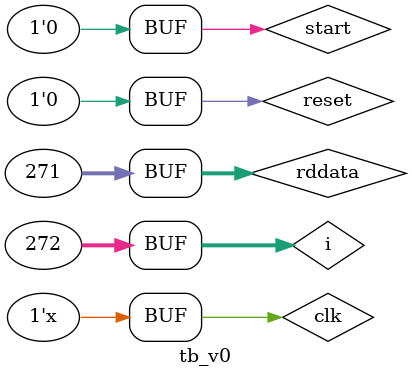
<source format=v>
`timescale 1ns / 1ps

module tb_v0(
    );
    parameter BRAM_SIZE = 9;
    parameter V_SIZE = 16;
    reg start;
    reg reset;
    reg clk;
    reg [31:0] rddata;
    wire [8:0] rdaddr;
    wire done;
    wire we;
    wire [31:0] wrdata;
    
    integer i;
    reg [31:0] bram[0:V_SIZE**2+V_SIZE-1];
    
    initial begin
        clk <= 0;
        reset <= 1;
        start <= 0;
        #7;
        reset <= 0;
        for(i=0; i<(V_SIZE**2+V_SIZE); i=i+1) begin
            bram[i] = $urandom%(2**5);
            //bram[i] = {7'b0100000, bram[i][24:0]};
        end
        start <= 1;
        #10;
        start <= 0;
        #3;
        for(i=0; i<(V_SIZE**2+V_SIZE); i=i+1) begin
            rddata <= i;
            if(i==0) #15;
            else #20;
        end
    end
    
    always #5 clk = ~clk;
    
    pe_controller PE_CONTROLLER(
        .start(start),
        .aresetn(~reset),
        .aclk(clk),
        .rddata(rddata),
        .rdaddr(rdaddr),
        .done(done),
        .we(we),
        .wrdata(wrdata)
    );
endmodule
</source>
